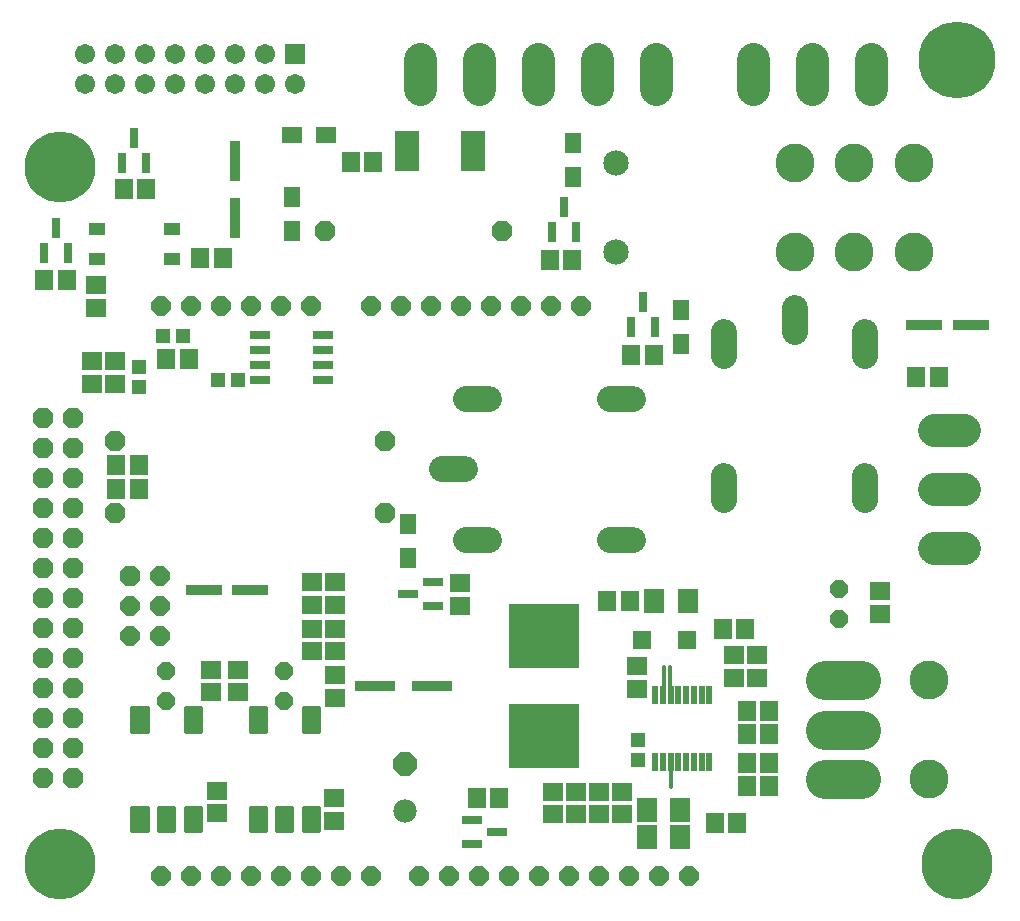
<source format=gts>
G75*
G70*
%OFA0B0*%
%FSLAX24Y24*%
%IPPOS*%
%LPD*%
%AMOC8*
5,1,8,0,0,1.08239X$1,22.5*
%
%ADD10C,0.0120*%
%ADD11C,0.0140*%
%ADD12OC8,0.0674*%
%ADD13R,0.1360X0.0380*%
%ADD14R,0.0671X0.0592*%
%ADD15R,0.0592X0.0671*%
%ADD16R,0.0474X0.0513*%
%ADD17R,0.0631X0.0631*%
%ADD18R,0.0710X0.0789*%
%ADD19R,0.0710X0.0790*%
%ADD20R,0.0220X0.0640*%
%ADD21OC8,0.0634*%
%ADD22OC8,0.0680*%
%ADD23R,0.0513X0.0474*%
%ADD24C,0.0860*%
%ADD25R,0.0690X0.0316*%
%ADD26R,0.0680X0.0300*%
%ADD27C,0.0780*%
%ADD28OC8,0.0780*%
%ADD29C,0.1299*%
%ADD30C,0.1299*%
%ADD31C,0.1100*%
%ADD32C,0.0095*%
%ADD33R,0.0552X0.0671*%
%ADD34R,0.0300X0.0680*%
%ADD35R,0.2362X0.2165*%
%ADD36OC8,0.0600*%
%ADD37C,0.0848*%
%ADD38R,0.0674X0.0674*%
%ADD39C,0.0674*%
%ADD40R,0.0580X0.0430*%
%ADD41R,0.0671X0.0552*%
%ADD42R,0.0789X0.1340*%
%ADD43R,0.0380X0.1360*%
%ADD44R,0.1210X0.0380*%
%ADD45C,0.2365*%
%ADD46C,0.2562*%
D10*
X027512Y009369D02*
X027512Y010169D01*
D11*
X027487Y012444D02*
X027487Y013369D01*
X027262Y013369D02*
X027262Y012444D01*
D12*
X007562Y012669D03*
X007562Y011669D03*
X007562Y010669D03*
X007562Y009669D03*
X006562Y009669D03*
X006562Y010669D03*
X006562Y011669D03*
X006562Y012669D03*
X006562Y013669D03*
X007562Y013669D03*
X007562Y014669D03*
X006562Y014669D03*
X006562Y015669D03*
X007562Y015669D03*
X007562Y016669D03*
X006562Y016669D03*
X006562Y017669D03*
X006562Y018669D03*
X007562Y018669D03*
X007562Y017669D03*
X007562Y019669D03*
X006562Y019669D03*
X006562Y020669D03*
X007562Y020669D03*
X007562Y021669D03*
X006562Y021669D03*
D13*
X017637Y012744D03*
X019537Y012744D03*
D14*
X020462Y015420D03*
X020462Y016169D03*
X016312Y016194D03*
X015537Y016194D03*
X015537Y015445D03*
X016312Y015445D03*
X016312Y014644D03*
X015537Y014644D03*
X015537Y013895D03*
X016312Y013895D03*
X016312Y013094D03*
X016312Y012345D03*
X013085Y012531D03*
X013085Y013279D03*
X012169Y013279D03*
X012169Y012531D03*
X012387Y009244D03*
X012387Y008495D03*
X016287Y008245D03*
X016287Y008994D03*
X023562Y009219D03*
X024337Y009219D03*
X024337Y008470D03*
X023562Y008470D03*
X025112Y008470D03*
X025112Y009219D03*
X025887Y009219D03*
X025887Y008470D03*
X026362Y012645D03*
X026362Y013394D03*
X029612Y013020D03*
X030387Y013020D03*
X030387Y013769D03*
X029612Y013769D03*
X034462Y015145D03*
X034462Y015894D03*
X008987Y022820D03*
X008987Y023569D03*
X008212Y023569D03*
X008212Y022820D03*
X008337Y025345D03*
X008337Y026094D03*
D15*
X007361Y026269D03*
X006613Y026269D03*
X009263Y029294D03*
X010011Y029294D03*
X011813Y026994D03*
X012561Y026994D03*
X011436Y023644D03*
X010688Y023644D03*
X009761Y020094D03*
X009013Y020094D03*
X009013Y019319D03*
X009761Y019319D03*
X021038Y008994D03*
X021786Y008994D03*
X028963Y008169D03*
X029711Y008169D03*
X030038Y009394D03*
X030786Y009394D03*
X030786Y010169D03*
X030038Y010169D03*
X030038Y011144D03*
X030786Y011144D03*
X030786Y011919D03*
X030038Y011919D03*
X029986Y014644D03*
X029238Y014644D03*
X026136Y015569D03*
X025388Y015569D03*
X026188Y023769D03*
X026936Y023769D03*
X024211Y026944D03*
X023463Y026944D03*
X017586Y030194D03*
X016838Y030194D03*
X035688Y023044D03*
X036436Y023044D03*
D16*
X026412Y010954D03*
X026412Y010285D03*
X009762Y022710D03*
X009762Y023379D03*
D17*
X026539Y014269D03*
X028035Y014269D03*
D18*
X027813Y008594D03*
X026710Y008594D03*
X026710Y007719D03*
X027813Y007719D03*
D19*
X028072Y015569D03*
X026952Y015569D03*
D20*
X026987Y012439D03*
X027247Y012439D03*
X027507Y012439D03*
X027757Y012439D03*
X028017Y012439D03*
X028267Y012439D03*
X028527Y012439D03*
X028787Y012439D03*
X028787Y010199D03*
X028527Y010199D03*
X028267Y010199D03*
X028017Y010199D03*
X027757Y010199D03*
X027507Y010199D03*
X027247Y010199D03*
X026987Y010199D03*
D21*
X027112Y006394D03*
X028112Y006394D03*
X026112Y006394D03*
X025112Y006394D03*
X024112Y006394D03*
X023112Y006394D03*
X022112Y006394D03*
X021112Y006394D03*
X020112Y006394D03*
X019112Y006394D03*
X017512Y006394D03*
X016512Y006394D03*
X015512Y006394D03*
X014512Y006394D03*
X013512Y006394D03*
X012512Y006394D03*
X011512Y006394D03*
X010512Y006394D03*
X010462Y014394D03*
X009462Y014394D03*
X009462Y015394D03*
X010462Y015394D03*
X010462Y016394D03*
X010512Y025394D03*
X011512Y025394D03*
X012512Y025394D03*
X013512Y025394D03*
X014512Y025394D03*
X015512Y025394D03*
X017512Y025394D03*
X018512Y025394D03*
X019512Y025394D03*
X020512Y025394D03*
X021512Y025394D03*
X022512Y025394D03*
X023512Y025394D03*
X024512Y025394D03*
D22*
X021862Y027919D03*
X015962Y027919D03*
X017987Y020919D03*
X017987Y018494D03*
X009462Y016394D03*
X008987Y018494D03*
X008987Y020919D03*
D23*
X012402Y022944D03*
X013071Y022944D03*
X011246Y024419D03*
X010577Y024419D03*
D24*
X019872Y019969D02*
X020652Y019969D01*
X020672Y017619D02*
X021452Y017619D01*
X025472Y017619D02*
X026252Y017619D01*
X029287Y018954D02*
X029287Y019734D01*
X026252Y022319D02*
X025472Y022319D01*
X021452Y022319D02*
X020672Y022319D01*
X029287Y023754D02*
X029287Y024534D01*
X031637Y024554D02*
X031637Y025334D01*
X033987Y024534D02*
X033987Y023754D01*
X033987Y019734D02*
X033987Y018954D01*
D25*
X015925Y022946D03*
X015925Y023446D03*
X015925Y023946D03*
X015925Y024446D03*
X013799Y024446D03*
X013799Y023946D03*
X013799Y023446D03*
X013799Y022946D03*
D26*
X019587Y016219D03*
X019587Y015419D03*
X018737Y015819D03*
X020862Y008269D03*
X020862Y007469D03*
X021712Y007869D03*
D27*
X018637Y008557D03*
D28*
X018637Y010132D03*
D29*
X032659Y009624D02*
X033840Y009624D01*
X033840Y011278D02*
X032659Y011278D01*
X032659Y012931D02*
X033840Y012931D01*
D30*
X036123Y012931D03*
X036123Y009624D03*
X035597Y027206D03*
X033613Y027206D03*
X031629Y027206D03*
X031629Y030183D03*
X033613Y030183D03*
X035597Y030183D03*
D31*
X034187Y032644D02*
X034187Y033644D01*
X032218Y033644D02*
X032218Y032644D01*
X030250Y032644D02*
X030250Y033644D01*
X027012Y033644D02*
X027012Y032644D01*
X025043Y032644D02*
X025043Y033644D01*
X023075Y033644D02*
X023075Y032644D01*
X021106Y032644D02*
X021106Y033644D01*
X019138Y033644D02*
X019138Y032644D01*
X036287Y021281D02*
X037287Y021281D01*
X037287Y019313D02*
X036287Y019313D01*
X036287Y017344D02*
X037287Y017344D01*
D32*
X015771Y012028D02*
X015771Y011216D01*
X015235Y011216D01*
X015235Y012028D01*
X015771Y012028D01*
X015771Y011310D02*
X015235Y011310D01*
X015235Y011404D02*
X015771Y011404D01*
X015771Y011498D02*
X015235Y011498D01*
X015235Y011592D02*
X015771Y011592D01*
X015771Y011686D02*
X015235Y011686D01*
X015235Y011780D02*
X015771Y011780D01*
X015771Y011874D02*
X015235Y011874D01*
X015235Y011968D02*
X015771Y011968D01*
X013999Y012028D02*
X013999Y011216D01*
X013463Y011216D01*
X013463Y012028D01*
X013999Y012028D01*
X013999Y011310D02*
X013463Y011310D01*
X013463Y011404D02*
X013999Y011404D01*
X013999Y011498D02*
X013463Y011498D01*
X013463Y011592D02*
X013999Y011592D01*
X013999Y011686D02*
X013463Y011686D01*
X013463Y011780D02*
X013999Y011780D01*
X013999Y011874D02*
X013463Y011874D01*
X013463Y011968D02*
X013999Y011968D01*
X011834Y012028D02*
X011834Y011216D01*
X011298Y011216D01*
X011298Y012028D01*
X011834Y012028D01*
X011834Y011310D02*
X011298Y011310D01*
X011298Y011404D02*
X011834Y011404D01*
X011834Y011498D02*
X011298Y011498D01*
X011298Y011592D02*
X011834Y011592D01*
X011834Y011686D02*
X011298Y011686D01*
X011298Y011780D02*
X011834Y011780D01*
X011834Y011874D02*
X011298Y011874D01*
X011298Y011968D02*
X011834Y011968D01*
X010062Y012028D02*
X010062Y011216D01*
X009526Y011216D01*
X009526Y012028D01*
X010062Y012028D01*
X010062Y011310D02*
X009526Y011310D01*
X009526Y011404D02*
X010062Y011404D01*
X010062Y011498D02*
X009526Y011498D01*
X009526Y011592D02*
X010062Y011592D01*
X010062Y011686D02*
X009526Y011686D01*
X009526Y011780D02*
X010062Y011780D01*
X010062Y011874D02*
X009526Y011874D01*
X009526Y011968D02*
X010062Y011968D01*
X010062Y008721D02*
X010062Y007909D01*
X009526Y007909D01*
X009526Y008721D01*
X010062Y008721D01*
X010062Y008003D02*
X009526Y008003D01*
X009526Y008097D02*
X010062Y008097D01*
X010062Y008191D02*
X009526Y008191D01*
X009526Y008285D02*
X010062Y008285D01*
X010062Y008379D02*
X009526Y008379D01*
X009526Y008473D02*
X010062Y008473D01*
X010062Y008567D02*
X009526Y008567D01*
X009526Y008661D02*
X010062Y008661D01*
X010948Y008721D02*
X010948Y007909D01*
X010412Y007909D01*
X010412Y008721D01*
X010948Y008721D01*
X010948Y008003D02*
X010412Y008003D01*
X010412Y008097D02*
X010948Y008097D01*
X010948Y008191D02*
X010412Y008191D01*
X010412Y008285D02*
X010948Y008285D01*
X010948Y008379D02*
X010412Y008379D01*
X010412Y008473D02*
X010948Y008473D01*
X010948Y008567D02*
X010412Y008567D01*
X010412Y008661D02*
X010948Y008661D01*
X011834Y008721D02*
X011834Y007909D01*
X011298Y007909D01*
X011298Y008721D01*
X011834Y008721D01*
X011834Y008003D02*
X011298Y008003D01*
X011298Y008097D02*
X011834Y008097D01*
X011834Y008191D02*
X011298Y008191D01*
X011298Y008285D02*
X011834Y008285D01*
X011834Y008379D02*
X011298Y008379D01*
X011298Y008473D02*
X011834Y008473D01*
X011834Y008567D02*
X011298Y008567D01*
X011298Y008661D02*
X011834Y008661D01*
X013999Y008721D02*
X013999Y007909D01*
X013463Y007909D01*
X013463Y008721D01*
X013999Y008721D01*
X013999Y008003D02*
X013463Y008003D01*
X013463Y008097D02*
X013999Y008097D01*
X013999Y008191D02*
X013463Y008191D01*
X013463Y008285D02*
X013999Y008285D01*
X013999Y008379D02*
X013463Y008379D01*
X013463Y008473D02*
X013999Y008473D01*
X013999Y008567D02*
X013463Y008567D01*
X013463Y008661D02*
X013999Y008661D01*
X014885Y008721D02*
X014885Y007909D01*
X014349Y007909D01*
X014349Y008721D01*
X014885Y008721D01*
X014885Y008003D02*
X014349Y008003D01*
X014349Y008097D02*
X014885Y008097D01*
X014885Y008191D02*
X014349Y008191D01*
X014349Y008285D02*
X014885Y008285D01*
X014885Y008379D02*
X014349Y008379D01*
X014349Y008473D02*
X014885Y008473D01*
X014885Y008567D02*
X014349Y008567D01*
X014349Y008661D02*
X014885Y008661D01*
X015771Y008721D02*
X015771Y007909D01*
X015235Y007909D01*
X015235Y008721D01*
X015771Y008721D01*
X015771Y008003D02*
X015235Y008003D01*
X015235Y008097D02*
X015771Y008097D01*
X015771Y008191D02*
X015235Y008191D01*
X015235Y008285D02*
X015771Y008285D01*
X015771Y008379D02*
X015235Y008379D01*
X015235Y008473D02*
X015771Y008473D01*
X015771Y008567D02*
X015235Y008567D01*
X015235Y008661D02*
X015771Y008661D01*
D33*
X018737Y016999D03*
X018737Y018140D03*
X027837Y024124D03*
X027837Y025265D03*
X024237Y029699D03*
X024237Y030840D03*
X014862Y029040D03*
X014862Y027899D03*
D34*
X010012Y030169D03*
X009212Y030169D03*
X009612Y031019D03*
X007012Y028019D03*
X007412Y027169D03*
X006612Y027169D03*
X023537Y027869D03*
X024337Y027869D03*
X023937Y028719D03*
X026587Y025544D03*
X026987Y024694D03*
X026187Y024694D03*
D35*
X023287Y014418D03*
X023287Y011071D03*
D36*
X014617Y012224D03*
X014617Y013224D03*
X010680Y013224D03*
X010680Y012224D03*
X033121Y014980D03*
X033121Y015980D03*
D37*
X025676Y027206D03*
X025676Y030183D03*
D38*
X014987Y033819D03*
D39*
X013987Y033819D03*
X012987Y033819D03*
X011987Y033819D03*
X011987Y032819D03*
X012987Y032819D03*
X013987Y032819D03*
X014987Y032819D03*
X010987Y032819D03*
X009987Y032819D03*
X008987Y032819D03*
X007987Y032819D03*
X007987Y033819D03*
X008987Y033819D03*
X009987Y033819D03*
X010987Y033819D03*
D40*
X010862Y027969D03*
X010862Y026969D03*
X008362Y026969D03*
X008362Y027969D03*
D41*
X014866Y031119D03*
X016008Y031119D03*
D42*
X018709Y030569D03*
X020914Y030569D03*
D43*
X012962Y030244D03*
X012962Y028344D03*
D44*
X013492Y015944D03*
X011932Y015944D03*
X035957Y024769D03*
X037517Y024769D03*
D45*
X007136Y006819D03*
X007136Y030047D03*
X037058Y006819D03*
D46*
X037058Y033590D03*
M02*

</source>
